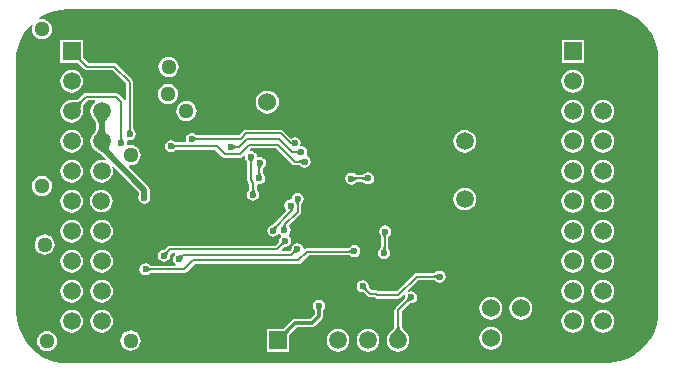
<source format=gbl>
G04*
G04 #@! TF.GenerationSoftware,Altium Limited,Altium Designer,19.0.15 (446)*
G04*
G04 Layer_Physical_Order=2*
G04 Layer_Color=16711680*
%FSLAX24Y24*%
%MOIN*%
G70*
G01*
G75*
%ADD13C,0.0118*%
%ADD23R,0.0591X0.0591*%
%ADD42C,0.0080*%
%ADD43C,0.0197*%
%ADD46C,0.0512*%
%ADD47C,0.0866*%
%ADD48C,0.0600*%
%ADD49C,0.0591*%
%ADD50R,0.0591X0.0591*%
%ADD51O,0.0591X0.0669*%
%ADD52O,0.0512X0.0787*%
%ADD53C,0.0236*%
G36*
X20060Y11924D02*
X20281Y11880D01*
X20495Y11807D01*
X20697Y11708D01*
X20884Y11582D01*
X21054Y11434D01*
X21203Y11264D01*
X21328Y11077D01*
X21428Y10875D01*
X21500Y10661D01*
X21532Y10501D01*
Y2085D01*
X21529Y2052D01*
X21528Y2050D01*
X21527Y2038D01*
X21527Y2038D01*
X21532Y1969D01*
Y1761D01*
X21524Y1640D01*
X21480Y1419D01*
X21407Y1205D01*
X21308Y1003D01*
X21182Y816D01*
X21034Y646D01*
X20864Y497D01*
X20677Y372D01*
X20475Y272D01*
X20261Y200D01*
X20040Y156D01*
X19988Y153D01*
X19988Y149D01*
X19953Y142D01*
X19923Y122D01*
X2038D01*
X2038Y123D01*
X2023Y122D01*
X1707D01*
X1640Y126D01*
X1419Y170D01*
X1205Y243D01*
X1003Y342D01*
X816Y468D01*
X646Y616D01*
X497Y786D01*
X372Y973D01*
X272Y1175D01*
X200Y1389D01*
X156Y1610D01*
X153Y1662D01*
X149Y1662D01*
X142Y1697D01*
X122Y1727D01*
Y10012D01*
X123Y10012D01*
X122Y10027D01*
Y10343D01*
X126Y10410D01*
X170Y10631D01*
X243Y10845D01*
X342Y11047D01*
X468Y11234D01*
X616Y11404D01*
X646Y11430D01*
X688Y11400D01*
X662Y11338D01*
X650Y11250D01*
X662Y11162D01*
X696Y11081D01*
X750Y11010D01*
X820Y10957D01*
X901Y10923D01*
X989Y10911D01*
X1077Y10923D01*
X1158Y10957D01*
X1229Y11010D01*
X1282Y11081D01*
X1316Y11162D01*
X1328Y11250D01*
X1316Y11338D01*
X1282Y11419D01*
X1229Y11490D01*
X1158Y11543D01*
X1077Y11577D01*
X989Y11589D01*
X915Y11579D01*
X897Y11627D01*
X973Y11678D01*
X1175Y11778D01*
X1389Y11850D01*
X1610Y11894D01*
X1662Y11897D01*
X1662Y11901D01*
X1697Y11908D01*
X1727Y11928D01*
X19662D01*
X19662Y11927D01*
X19677Y11928D01*
X19993D01*
X20060Y11924D01*
D02*
G37*
%LPC*%
G36*
X19056Y10893D02*
X18306D01*
Y10142D01*
X19056D01*
Y10893D01*
D02*
G37*
G36*
X5206Y10339D02*
X5119Y10327D01*
X5037Y10293D01*
X4967Y10240D01*
X4913Y10169D01*
X4879Y10088D01*
X4868Y10000D01*
X4879Y9912D01*
X4913Y9831D01*
X4967Y9760D01*
X5037Y9707D01*
X5119Y9673D01*
X5206Y9661D01*
X5294Y9673D01*
X5376Y9707D01*
X5446Y9760D01*
X5500Y9831D01*
X5534Y9912D01*
X5545Y10000D01*
X5534Y10088D01*
X5500Y10169D01*
X5446Y10240D01*
X5376Y10293D01*
X5294Y10327D01*
X5206Y10339D01*
D02*
G37*
G36*
X18681Y9896D02*
X18583Y9883D01*
X18492Y9845D01*
X18414Y9785D01*
X18353Y9707D01*
X18316Y9615D01*
X18303Y9517D01*
X18316Y9419D01*
X18353Y9328D01*
X18414Y9250D01*
X18492Y9190D01*
X18583Y9152D01*
X18681Y9139D01*
X18779Y9152D01*
X18870Y9190D01*
X18949Y9250D01*
X19009Y9328D01*
X19047Y9419D01*
X19060Y9517D01*
X19047Y9615D01*
X19009Y9707D01*
X18949Y9785D01*
X18870Y9845D01*
X18779Y9883D01*
X18681Y9896D01*
D02*
G37*
G36*
X1972D02*
X1874Y9883D01*
X1783Y9845D01*
X1705Y9785D01*
X1645Y9707D01*
X1607Y9615D01*
X1594Y9517D01*
X1607Y9419D01*
X1645Y9328D01*
X1705Y9250D01*
X1783Y9190D01*
X1874Y9152D01*
X1972Y9139D01*
X2070Y9152D01*
X2162Y9190D01*
X2240Y9250D01*
X2300Y9328D01*
X2338Y9419D01*
X2351Y9517D01*
X2338Y9615D01*
X2300Y9707D01*
X2240Y9785D01*
X2162Y9845D01*
X2070Y9883D01*
X1972Y9896D01*
D02*
G37*
G36*
X2348Y10893D02*
X1597D01*
Y10142D01*
X2152D01*
X2153Y10142D01*
X2155Y10142D01*
X2172D01*
X2191Y10125D01*
X2403Y9914D01*
X2443Y9887D01*
X2490Y9878D01*
X3349D01*
X3791Y9436D01*
Y8866D01*
X3741Y8861D01*
X3739Y8871D01*
X3713Y8910D01*
X3536Y9086D01*
X3497Y9113D01*
X3450Y9122D01*
X2455D01*
X2408Y9113D01*
X2369Y9086D01*
X2214Y8932D01*
X2213Y8931D01*
X2204Y8926D01*
X2191Y8919D01*
X2172Y8913D01*
X2150Y8907D01*
X2123Y8902D01*
X2093Y8899D01*
X2018Y8894D01*
X1985Y8894D01*
X1972Y8896D01*
X1874Y8883D01*
X1783Y8845D01*
X1705Y8785D01*
X1645Y8707D01*
X1607Y8615D01*
X1594Y8517D01*
X1607Y8419D01*
X1645Y8328D01*
X1705Y8250D01*
X1783Y8190D01*
X1874Y8152D01*
X1972Y8139D01*
X2070Y8152D01*
X2162Y8190D01*
X2240Y8250D01*
X2300Y8328D01*
X2338Y8419D01*
X2351Y8517D01*
X2349Y8530D01*
X2349Y8563D01*
X2354Y8638D01*
X2358Y8668D01*
X2362Y8695D01*
X2368Y8717D01*
X2374Y8735D01*
X2381Y8749D01*
X2386Y8758D01*
X2387Y8759D01*
X2506Y8878D01*
X2744D01*
X2761Y8828D01*
X2705Y8785D01*
X2645Y8707D01*
X2607Y8615D01*
X2594Y8517D01*
X2607Y8419D01*
X2645Y8328D01*
X2705Y8250D01*
X2714Y8243D01*
X2725Y8231D01*
X2740Y8213D01*
X2753Y8195D01*
X2763Y8177D01*
X2772Y8159D01*
X2780Y8141D01*
X2785Y8122D01*
X2789Y8103D01*
X2791Y8091D01*
Y7943D01*
X2789Y7932D01*
X2785Y7913D01*
X2780Y7894D01*
X2772Y7875D01*
X2763Y7857D01*
X2753Y7839D01*
X2740Y7822D01*
X2725Y7804D01*
X2714Y7792D01*
X2705Y7785D01*
X2645Y7707D01*
X2607Y7615D01*
X2594Y7517D01*
X2607Y7419D01*
X2645Y7328D01*
X2705Y7250D01*
X2783Y7190D01*
X2808Y7179D01*
X2811Y7177D01*
X2855Y7154D01*
X2874Y7143D01*
X2914Y7117D01*
X2931Y7105D01*
X2974Y7069D01*
X3131Y6912D01*
X3103Y6870D01*
X3070Y6883D01*
X2972Y6896D01*
X2874Y6883D01*
X2783Y6845D01*
X2705Y6785D01*
X2645Y6707D01*
X2607Y6615D01*
X2594Y6517D01*
X2607Y6419D01*
X2645Y6328D01*
X2705Y6250D01*
X2783Y6190D01*
X2874Y6152D01*
X2972Y6139D01*
X3070Y6152D01*
X3162Y6190D01*
X3240Y6250D01*
X3300Y6328D01*
X3338Y6419D01*
X3351Y6517D01*
X3338Y6615D01*
X3325Y6647D01*
X3367Y6676D01*
X4218Y5825D01*
Y5724D01*
X4213Y5717D01*
X4198Y5639D01*
X4213Y5562D01*
X4257Y5497D01*
X4323Y5453D01*
X4400Y5437D01*
X4477Y5453D01*
X4543Y5497D01*
X4587Y5562D01*
X4602Y5639D01*
X4587Y5717D01*
X4582Y5724D01*
Y5900D01*
X4568Y5970D01*
X4529Y6029D01*
X3890Y6667D01*
X3913Y6715D01*
X3939Y6711D01*
X4027Y6723D01*
X4108Y6757D01*
X4179Y6810D01*
X4232Y6881D01*
X4266Y6962D01*
X4278Y7050D01*
X4266Y7138D01*
X4232Y7219D01*
X4179Y7290D01*
X4108Y7343D01*
X4027Y7377D01*
X3939Y7389D01*
X3865Y7379D01*
X3833Y7403D01*
X3822Y7419D01*
X3828Y7450D01*
X3814Y7521D01*
X3818Y7528D01*
X3828Y7541D01*
X3851Y7561D01*
X3913Y7548D01*
X3991Y7563D01*
X4056Y7607D01*
X4100Y7673D01*
X4115Y7750D01*
X4100Y7827D01*
X4056Y7893D01*
X4048Y7898D01*
X4045Y7901D01*
X4043Y7905D01*
X4041Y7909D01*
X4039Y7912D01*
X4037Y7916D01*
X4036Y7919D01*
X4036Y7923D01*
Y9487D01*
X4026Y9533D01*
X4000Y9573D01*
X3486Y10086D01*
X3447Y10113D01*
X3400Y10122D01*
X2540D01*
X2367Y10295D01*
X2355Y10308D01*
X2348Y10318D01*
X2348Y10318D01*
Y10335D01*
X2348Y10336D01*
X2348Y10338D01*
Y10893D01*
D02*
G37*
G36*
X5189Y9439D02*
X5101Y9427D01*
X5020Y9393D01*
X4949Y9340D01*
X4896Y9269D01*
X4862Y9188D01*
X4850Y9100D01*
X4862Y9012D01*
X4896Y8931D01*
X4949Y8860D01*
X5020Y8807D01*
X5101Y8773D01*
X5189Y8761D01*
X5277Y8773D01*
X5358Y8807D01*
X5429Y8860D01*
X5482Y8931D01*
X5516Y9012D01*
X5528Y9100D01*
X5516Y9188D01*
X5482Y9269D01*
X5429Y9340D01*
X5358Y9393D01*
X5277Y9427D01*
X5189Y9439D01*
D02*
G37*
G36*
X8500Y9207D02*
X8401Y9194D01*
X8308Y9156D01*
X8229Y9095D01*
X8168Y9015D01*
X8130Y8923D01*
X8117Y8824D01*
X8130Y8725D01*
X8168Y8632D01*
X8229Y8553D01*
X8308Y8492D01*
X8401Y8454D01*
X8500Y8441D01*
X8599Y8454D01*
X8692Y8492D01*
X8771Y8553D01*
X8832Y8632D01*
X8870Y8725D01*
X8883Y8824D01*
X8870Y8923D01*
X8832Y9015D01*
X8771Y9095D01*
X8692Y9156D01*
X8599Y9194D01*
X8500Y9207D01*
D02*
G37*
G36*
X5800Y8859D02*
X5712Y8847D01*
X5631Y8813D01*
X5560Y8760D01*
X5507Y8689D01*
X5473Y8608D01*
X5461Y8520D01*
X5473Y8432D01*
X5507Y8351D01*
X5560Y8280D01*
X5631Y8227D01*
X5712Y8193D01*
X5800Y8181D01*
X5888Y8193D01*
X5969Y8227D01*
X6040Y8280D01*
X6093Y8351D01*
X6127Y8432D01*
X6139Y8520D01*
X6127Y8608D01*
X6093Y8689D01*
X6040Y8760D01*
X5969Y8813D01*
X5888Y8847D01*
X5800Y8859D01*
D02*
G37*
G36*
X19681Y8896D02*
X19583Y8883D01*
X19492Y8845D01*
X19414Y8785D01*
X19353Y8707D01*
X19316Y8615D01*
X19303Y8517D01*
X19316Y8419D01*
X19353Y8328D01*
X19414Y8250D01*
X19492Y8190D01*
X19583Y8152D01*
X19681Y8139D01*
X19779Y8152D01*
X19870Y8190D01*
X19949Y8250D01*
X20009Y8328D01*
X20047Y8419D01*
X20060Y8517D01*
X20047Y8615D01*
X20009Y8707D01*
X19949Y8785D01*
X19870Y8845D01*
X19779Y8883D01*
X19681Y8896D01*
D02*
G37*
G36*
X18681D02*
X18583Y8883D01*
X18492Y8845D01*
X18414Y8785D01*
X18353Y8707D01*
X18316Y8615D01*
X18303Y8517D01*
X18316Y8419D01*
X18353Y8328D01*
X18414Y8250D01*
X18492Y8190D01*
X18583Y8152D01*
X18681Y8139D01*
X18779Y8152D01*
X18870Y8190D01*
X18949Y8250D01*
X19009Y8328D01*
X19047Y8419D01*
X19060Y8517D01*
X19047Y8615D01*
X19009Y8707D01*
X18949Y8785D01*
X18870Y8845D01*
X18779Y8883D01*
X18681Y8896D01*
D02*
G37*
G36*
X8940Y7902D02*
X7788D01*
X7741Y7893D01*
X7702Y7867D01*
X7557Y7722D01*
X6155D01*
X6152Y7723D01*
X6148Y7724D01*
X6145Y7725D01*
X6141Y7727D01*
X6137Y7729D01*
X6133Y7732D01*
X6131Y7734D01*
X6125Y7743D01*
X6059Y7787D01*
X5982Y7802D01*
X5905Y7787D01*
X5839Y7743D01*
X5796Y7677D01*
X5780Y7600D01*
X5795Y7527D01*
X5794Y7515D01*
X5773Y7477D01*
X5454D01*
X5451Y7478D01*
X5447Y7479D01*
X5444Y7480D01*
X5440Y7482D01*
X5436Y7484D01*
X5433Y7487D01*
X5430Y7489D01*
X5424Y7497D01*
X5359Y7541D01*
X5281Y7556D01*
X5204Y7541D01*
X5139Y7497D01*
X5095Y7432D01*
X5079Y7355D01*
X5095Y7277D01*
X5139Y7212D01*
X5204Y7168D01*
X5281Y7153D01*
X5359Y7168D01*
X5424Y7212D01*
X5430Y7220D01*
X5433Y7222D01*
X5436Y7225D01*
X5440Y7227D01*
X5444Y7229D01*
X5447Y7231D01*
X5451Y7232D01*
X5454Y7232D01*
X6767D01*
X7000Y6999D01*
X7040Y6972D01*
X7087Y6963D01*
X7579D01*
X7625Y6972D01*
X7665Y6999D01*
X7705Y7039D01*
X7751Y7014D01*
X7748Y7000D01*
X7763Y6923D01*
X7807Y6857D01*
X7816Y6852D01*
X7818Y6849D01*
X7821Y6845D01*
X7823Y6841D01*
X7825Y6838D01*
X7826Y6834D01*
X7827Y6831D01*
X7828Y6827D01*
Y6213D01*
X7837Y6167D01*
X7864Y6127D01*
X7900Y6090D01*
Y5913D01*
X7900Y5909D01*
X7899Y5906D01*
X7897Y5902D01*
X7896Y5899D01*
X7893Y5895D01*
X7891Y5891D01*
X7888Y5888D01*
X7880Y5883D01*
X7836Y5817D01*
X7821Y5740D01*
X7836Y5663D01*
X7880Y5597D01*
X7945Y5554D01*
X8023Y5538D01*
X8100Y5554D01*
X8165Y5597D01*
X8209Y5663D01*
X8225Y5740D01*
X8209Y5817D01*
X8165Y5883D01*
X8157Y5888D01*
X8155Y5891D01*
X8152Y5895D01*
X8150Y5899D01*
X8148Y5902D01*
X8147Y5906D01*
X8146Y5909D01*
X8145Y5913D01*
Y6054D01*
X8184Y6085D01*
X8220Y6078D01*
X8297Y6093D01*
X8363Y6137D01*
X8407Y6203D01*
X8422Y6280D01*
X8407Y6357D01*
X8381Y6395D01*
X8378Y6402D01*
X8372Y6410D01*
X8369Y6415D01*
X8366Y6421D01*
X8363Y6426D01*
X8361Y6431D01*
X8359Y6436D01*
X8358Y6441D01*
X8357Y6445D01*
Y6622D01*
X8358Y6624D01*
X8359Y6627D01*
X8360Y6629D01*
X8361Y6631D01*
X8362Y6633D01*
X8364Y6635D01*
X8367Y6638D01*
X8373Y6643D01*
X8375Y6645D01*
X8393Y6657D01*
X8437Y6723D01*
X8452Y6800D01*
X8437Y6877D01*
X8393Y6943D01*
X8327Y6987D01*
X8250Y7002D01*
X8201Y6992D01*
X8166Y6998D01*
X8146Y7028D01*
X8137Y7077D01*
X8093Y7143D01*
X8027Y7187D01*
X7950Y7202D01*
X7936Y7199D01*
X7914Y7240D01*
X7944Y7278D01*
X8799D01*
X9323Y6754D01*
X9363Y6727D01*
X9410Y6718D01*
X9569D01*
X9573Y6717D01*
X9576Y6716D01*
X9580Y6715D01*
X9583Y6713D01*
X9587Y6711D01*
X9591Y6708D01*
X9594Y6706D01*
X9599Y6697D01*
X9665Y6654D01*
X9742Y6638D01*
X9819Y6654D01*
X9885Y6697D01*
X9929Y6763D01*
X9944Y6840D01*
X9929Y6917D01*
X9885Y6983D01*
X9819Y7027D01*
X9817Y7078D01*
X9831Y7150D01*
X9816Y7227D01*
X9772Y7293D01*
X9707Y7337D01*
X9639Y7350D01*
X9626Y7357D01*
X9601Y7397D01*
X9612Y7450D01*
X9597Y7527D01*
X9553Y7593D01*
X9487Y7637D01*
X9410Y7652D01*
X9333Y7637D01*
X9287Y7606D01*
X9026Y7867D01*
X8986Y7893D01*
X8940Y7902D01*
D02*
G37*
G36*
X19681Y7896D02*
X19583Y7883D01*
X19492Y7845D01*
X19414Y7785D01*
X19353Y7707D01*
X19316Y7615D01*
X19303Y7517D01*
X19316Y7419D01*
X19353Y7328D01*
X19414Y7250D01*
X19492Y7190D01*
X19583Y7152D01*
X19681Y7139D01*
X19779Y7152D01*
X19870Y7190D01*
X19949Y7250D01*
X20009Y7328D01*
X20047Y7419D01*
X20060Y7517D01*
X20047Y7615D01*
X20009Y7707D01*
X19949Y7785D01*
X19870Y7845D01*
X19779Y7883D01*
X19681Y7896D01*
D02*
G37*
G36*
X18681D02*
X18583Y7883D01*
X18492Y7845D01*
X18414Y7785D01*
X18353Y7707D01*
X18316Y7615D01*
X18303Y7517D01*
X18316Y7419D01*
X18353Y7328D01*
X18414Y7250D01*
X18492Y7190D01*
X18583Y7152D01*
X18681Y7139D01*
X18779Y7152D01*
X18870Y7190D01*
X18949Y7250D01*
X19009Y7328D01*
X19047Y7419D01*
X19060Y7517D01*
X19047Y7615D01*
X19009Y7707D01*
X18949Y7785D01*
X18870Y7845D01*
X18779Y7883D01*
X18681Y7896D01*
D02*
G37*
G36*
X1972D02*
X1874Y7883D01*
X1783Y7845D01*
X1705Y7785D01*
X1645Y7707D01*
X1607Y7615D01*
X1594Y7517D01*
X1607Y7419D01*
X1645Y7328D01*
X1705Y7250D01*
X1783Y7190D01*
X1874Y7152D01*
X1972Y7139D01*
X2070Y7152D01*
X2162Y7190D01*
X2240Y7250D01*
X2300Y7328D01*
X2338Y7419D01*
X2351Y7517D01*
X2338Y7615D01*
X2300Y7707D01*
X2240Y7785D01*
X2162Y7845D01*
X2070Y7883D01*
X1972Y7896D01*
D02*
G37*
G36*
X15078Y7892D02*
X14981Y7879D01*
X14889Y7841D01*
X14811Y7781D01*
X14751Y7703D01*
X14713Y7612D01*
X14700Y7514D01*
X14713Y7416D01*
X14751Y7324D01*
X14811Y7246D01*
X14889Y7186D01*
X14981Y7148D01*
X15078Y7135D01*
X15176Y7148D01*
X15268Y7186D01*
X15346Y7246D01*
X15406Y7324D01*
X15444Y7416D01*
X15457Y7514D01*
X15444Y7612D01*
X15406Y7703D01*
X15346Y7781D01*
X15268Y7841D01*
X15176Y7879D01*
X15078Y7892D01*
D02*
G37*
G36*
X11850Y6482D02*
X11773Y6467D01*
X11707Y6423D01*
X11700Y6412D01*
X11699Y6412D01*
X11696Y6408D01*
X11692Y6406D01*
X11689Y6404D01*
X11685Y6402D01*
X11682Y6401D01*
X11679Y6400D01*
X11676Y6399D01*
X11472D01*
X11468Y6400D01*
X11464Y6401D01*
X11460Y6402D01*
X11456Y6404D01*
X11452Y6406D01*
X11448Y6409D01*
X11447Y6410D01*
X11443Y6416D01*
X11377Y6460D01*
X11300Y6475D01*
X11223Y6460D01*
X11157Y6416D01*
X11113Y6351D01*
X11098Y6273D01*
X11113Y6196D01*
X11157Y6131D01*
X11223Y6087D01*
X11300Y6071D01*
X11377Y6087D01*
X11443Y6131D01*
X11450Y6141D01*
X11451Y6142D01*
X11454Y6145D01*
X11458Y6148D01*
X11461Y6150D01*
X11465Y6151D01*
X11468Y6153D01*
X11471Y6154D01*
X11474Y6154D01*
X11679D01*
X11682Y6154D01*
X11686Y6153D01*
X11690Y6151D01*
X11694Y6149D01*
X11698Y6147D01*
X11702Y6144D01*
X11703Y6143D01*
X11707Y6137D01*
X11773Y6093D01*
X11850Y6078D01*
X11927Y6093D01*
X11993Y6137D01*
X12037Y6203D01*
X12052Y6280D01*
X12037Y6357D01*
X11993Y6423D01*
X11927Y6467D01*
X11850Y6482D01*
D02*
G37*
G36*
X19681Y6896D02*
X19583Y6883D01*
X19492Y6845D01*
X19414Y6785D01*
X19353Y6707D01*
X19316Y6615D01*
X19303Y6517D01*
X19316Y6419D01*
X19353Y6328D01*
X19414Y6250D01*
X19492Y6190D01*
X19583Y6152D01*
X19681Y6139D01*
X19779Y6152D01*
X19870Y6190D01*
X19949Y6250D01*
X20009Y6328D01*
X20047Y6419D01*
X20060Y6517D01*
X20047Y6615D01*
X20009Y6707D01*
X19949Y6785D01*
X19870Y6845D01*
X19779Y6883D01*
X19681Y6896D01*
D02*
G37*
G36*
X18681D02*
X18583Y6883D01*
X18492Y6845D01*
X18414Y6785D01*
X18353Y6707D01*
X18316Y6615D01*
X18303Y6517D01*
X18316Y6419D01*
X18353Y6328D01*
X18414Y6250D01*
X18492Y6190D01*
X18583Y6152D01*
X18681Y6139D01*
X18779Y6152D01*
X18870Y6190D01*
X18949Y6250D01*
X19009Y6328D01*
X19047Y6419D01*
X19060Y6517D01*
X19047Y6615D01*
X19009Y6707D01*
X18949Y6785D01*
X18870Y6845D01*
X18779Y6883D01*
X18681Y6896D01*
D02*
G37*
G36*
X1972D02*
X1874Y6883D01*
X1783Y6845D01*
X1705Y6785D01*
X1645Y6707D01*
X1607Y6615D01*
X1594Y6517D01*
X1607Y6419D01*
X1645Y6328D01*
X1705Y6250D01*
X1783Y6190D01*
X1874Y6152D01*
X1972Y6139D01*
X2070Y6152D01*
X2162Y6190D01*
X2240Y6250D01*
X2300Y6328D01*
X2338Y6419D01*
X2351Y6517D01*
X2338Y6615D01*
X2300Y6707D01*
X2240Y6785D01*
X2162Y6845D01*
X2070Y6883D01*
X1972Y6896D01*
D02*
G37*
G36*
X989Y6374D02*
X901Y6362D01*
X820Y6328D01*
X750Y6274D01*
X696Y6204D01*
X662Y6123D01*
X650Y6035D01*
X662Y5947D01*
X696Y5866D01*
X750Y5795D01*
X820Y5742D01*
X901Y5708D01*
X989Y5696D01*
X1077Y5708D01*
X1158Y5742D01*
X1229Y5795D01*
X1282Y5866D01*
X1316Y5947D01*
X1328Y6035D01*
X1316Y6123D01*
X1282Y6204D01*
X1229Y6274D01*
X1158Y6328D01*
X1077Y6362D01*
X989Y6374D01*
D02*
G37*
G36*
X15078Y5971D02*
X14981Y5958D01*
X14889Y5920D01*
X14811Y5860D01*
X14751Y5782D01*
X14713Y5690D01*
X14700Y5592D01*
X14713Y5494D01*
X14751Y5403D01*
X14811Y5325D01*
X14889Y5265D01*
X14981Y5227D01*
X15078Y5214D01*
X15176Y5227D01*
X15268Y5265D01*
X15346Y5325D01*
X15406Y5403D01*
X15444Y5494D01*
X15457Y5592D01*
X15444Y5690D01*
X15406Y5782D01*
X15346Y5860D01*
X15268Y5920D01*
X15176Y5958D01*
X15078Y5971D01*
D02*
G37*
G36*
X19677Y5908D02*
X19579Y5895D01*
X19488Y5858D01*
X19410Y5798D01*
X19349Y5719D01*
X19312Y5628D01*
X19299Y5530D01*
X19312Y5432D01*
X19349Y5341D01*
X19410Y5262D01*
X19488Y5202D01*
X19579Y5164D01*
X19677Y5151D01*
X19775Y5164D01*
X19866Y5202D01*
X19945Y5262D01*
X20005Y5341D01*
X20043Y5432D01*
X20056Y5530D01*
X20043Y5628D01*
X20005Y5719D01*
X19945Y5798D01*
X19866Y5858D01*
X19775Y5895D01*
X19677Y5908D01*
D02*
G37*
G36*
X2968D02*
X2871Y5895D01*
X2779Y5858D01*
X2701Y5798D01*
X2641Y5719D01*
X2603Y5628D01*
X2590Y5530D01*
X2603Y5432D01*
X2641Y5341D01*
X2701Y5262D01*
X2779Y5202D01*
X2871Y5164D01*
X2968Y5151D01*
X3066Y5164D01*
X3158Y5202D01*
X3236Y5262D01*
X3296Y5341D01*
X3334Y5432D01*
X3347Y5530D01*
X3334Y5628D01*
X3296Y5719D01*
X3236Y5798D01*
X3158Y5858D01*
X3066Y5895D01*
X2968Y5908D01*
D02*
G37*
G36*
X18681Y5896D02*
X18583Y5883D01*
X18492Y5845D01*
X18414Y5785D01*
X18353Y5707D01*
X18316Y5615D01*
X18303Y5517D01*
X18316Y5419D01*
X18353Y5328D01*
X18414Y5250D01*
X18492Y5190D01*
X18583Y5152D01*
X18681Y5139D01*
X18779Y5152D01*
X18870Y5190D01*
X18949Y5250D01*
X19009Y5328D01*
X19047Y5419D01*
X19060Y5517D01*
X19047Y5615D01*
X19009Y5707D01*
X18949Y5785D01*
X18870Y5845D01*
X18779Y5883D01*
X18681Y5896D01*
D02*
G37*
G36*
X1972D02*
X1874Y5883D01*
X1783Y5845D01*
X1705Y5785D01*
X1645Y5707D01*
X1607Y5615D01*
X1594Y5517D01*
X1607Y5419D01*
X1645Y5328D01*
X1705Y5250D01*
X1783Y5190D01*
X1874Y5152D01*
X1972Y5139D01*
X2070Y5152D01*
X2162Y5190D01*
X2240Y5250D01*
X2300Y5328D01*
X2338Y5419D01*
X2351Y5517D01*
X2338Y5615D01*
X2300Y5707D01*
X2240Y5785D01*
X2162Y5845D01*
X2070Y5883D01*
X1972Y5896D01*
D02*
G37*
G36*
X19681Y4896D02*
X19583Y4883D01*
X19492Y4845D01*
X19414Y4785D01*
X19353Y4707D01*
X19316Y4615D01*
X19303Y4517D01*
X19316Y4419D01*
X19353Y4328D01*
X19414Y4250D01*
X19492Y4190D01*
X19583Y4152D01*
X19681Y4139D01*
X19779Y4152D01*
X19870Y4190D01*
X19949Y4250D01*
X20009Y4328D01*
X20047Y4419D01*
X20060Y4517D01*
X20047Y4615D01*
X20009Y4707D01*
X19949Y4785D01*
X19870Y4845D01*
X19779Y4883D01*
X19681Y4896D01*
D02*
G37*
G36*
X18681D02*
X18583Y4883D01*
X18492Y4845D01*
X18414Y4785D01*
X18353Y4707D01*
X18316Y4615D01*
X18303Y4517D01*
X18316Y4419D01*
X18353Y4328D01*
X18414Y4250D01*
X18492Y4190D01*
X18583Y4152D01*
X18681Y4139D01*
X18779Y4152D01*
X18870Y4190D01*
X18949Y4250D01*
X19009Y4328D01*
X19047Y4419D01*
X19060Y4517D01*
X19047Y4615D01*
X19009Y4707D01*
X18949Y4785D01*
X18870Y4845D01*
X18779Y4883D01*
X18681Y4896D01*
D02*
G37*
G36*
X2972D02*
X2874Y4883D01*
X2783Y4845D01*
X2705Y4785D01*
X2645Y4707D01*
X2607Y4615D01*
X2594Y4517D01*
X2607Y4419D01*
X2645Y4328D01*
X2705Y4250D01*
X2783Y4190D01*
X2874Y4152D01*
X2972Y4139D01*
X3070Y4152D01*
X3162Y4190D01*
X3240Y4250D01*
X3300Y4328D01*
X3338Y4419D01*
X3351Y4517D01*
X3338Y4615D01*
X3300Y4707D01*
X3240Y4785D01*
X3162Y4845D01*
X3070Y4883D01*
X2972Y4896D01*
D02*
G37*
G36*
X1972D02*
X1874Y4883D01*
X1783Y4845D01*
X1705Y4785D01*
X1645Y4707D01*
X1607Y4615D01*
X1594Y4517D01*
X1607Y4419D01*
X1645Y4328D01*
X1705Y4250D01*
X1783Y4190D01*
X1874Y4152D01*
X1972Y4139D01*
X2070Y4152D01*
X2162Y4190D01*
X2240Y4250D01*
X2300Y4328D01*
X2338Y4419D01*
X2351Y4517D01*
X2338Y4615D01*
X2300Y4707D01*
X2240Y4785D01*
X2162Y4845D01*
X2070Y4883D01*
X1972Y4896D01*
D02*
G37*
G36*
X9509Y5802D02*
X9432Y5787D01*
X9366Y5743D01*
X9323Y5677D01*
X9311Y5619D01*
X9270Y5577D01*
X9192Y5561D01*
X9127Y5518D01*
X9083Y5452D01*
X9068Y5375D01*
X9083Y5297D01*
X9127Y5232D01*
X9131Y5187D01*
X8693Y4748D01*
X8689Y4745D01*
X8683Y4742D01*
X8678Y4738D01*
X8672Y4735D01*
X8666Y4733D01*
X8650Y4727D01*
X8641Y4725D01*
X8637Y4723D01*
X8614Y4718D01*
X8549Y4674D01*
X8505Y4609D01*
X8490Y4532D01*
X8505Y4454D01*
X8549Y4389D01*
X8614Y4345D01*
X8692Y4330D01*
X8769Y4345D01*
X8834Y4389D01*
X8856Y4421D01*
X8916D01*
X8925Y4407D01*
X8949Y4392D01*
X8955Y4339D01*
X8913Y4277D01*
X8898Y4200D01*
X8899Y4193D01*
X8899Y4192D01*
X8898Y4187D01*
X8897Y4182D01*
X8896Y4178D01*
X8894Y4175D01*
X8892Y4171D01*
X8890Y4168D01*
X8755Y4033D01*
X5254D01*
X5207Y4024D01*
X5168Y3997D01*
X5086Y3915D01*
X5083Y3913D01*
X5080Y3912D01*
X5076Y3910D01*
X5072Y3909D01*
X5068Y3908D01*
X5063Y3907D01*
X5060Y3906D01*
X5050Y3908D01*
X4973Y3893D01*
X4907Y3849D01*
X4863Y3784D01*
X4848Y3707D01*
X4863Y3629D01*
X4907Y3564D01*
X4973Y3520D01*
X5050Y3505D01*
X5127Y3520D01*
X5193Y3564D01*
X5237Y3629D01*
X5252Y3707D01*
X5250Y3716D01*
X5250Y3720D01*
X5251Y3725D01*
X5252Y3729D01*
X5253Y3733D01*
X5255Y3736D01*
X5257Y3739D01*
X5259Y3742D01*
X5305Y3788D01*
X5404D01*
X5419Y3738D01*
X5412Y3734D01*
X5368Y3668D01*
X5353Y3591D01*
X5368Y3514D01*
X5412Y3448D01*
X5448Y3424D01*
X5433Y3374D01*
X4611D01*
X4608Y3375D01*
X4604Y3376D01*
X4600Y3377D01*
X4597Y3379D01*
X4593Y3381D01*
X4589Y3384D01*
X4586Y3386D01*
X4581Y3395D01*
X4515Y3439D01*
X4438Y3454D01*
X4361Y3439D01*
X4295Y3395D01*
X4252Y3329D01*
X4236Y3252D01*
X4252Y3175D01*
X4295Y3109D01*
X4361Y3066D01*
X4438Y3050D01*
X4515Y3066D01*
X4581Y3109D01*
X4586Y3118D01*
X4589Y3120D01*
X4593Y3123D01*
X4597Y3125D01*
X4600Y3127D01*
X4604Y3128D01*
X4608Y3129D01*
X4611Y3130D01*
X5721D01*
X5768Y3139D01*
X5808Y3166D01*
X6070Y3428D01*
X9533D01*
X9579Y3437D01*
X9619Y3464D01*
X9873Y3717D01*
X11238D01*
X11243Y3717D01*
X11249Y3715D01*
X11254Y3714D01*
X11259Y3712D01*
X11265Y3709D01*
X11271Y3706D01*
X11277Y3702D01*
X11285Y3697D01*
X11292Y3693D01*
X11324Y3672D01*
X11401Y3657D01*
X11478Y3672D01*
X11544Y3716D01*
X11588Y3782D01*
X11603Y3859D01*
X11588Y3936D01*
X11544Y4002D01*
X11478Y4045D01*
X11401Y4061D01*
X11324Y4045D01*
X11258Y4002D01*
X11244Y3980D01*
X11240Y3976D01*
X11235Y3970D01*
X11233Y3968D01*
X11231Y3966D01*
X11229Y3965D01*
X11228Y3964D01*
X11226Y3963D01*
X11224Y3963D01*
X11222Y3962D01*
X9822D01*
X9776Y3953D01*
X9748Y3934D01*
X9709Y3944D01*
X9693Y3954D01*
X9687Y3988D01*
X9643Y4054D01*
X9577Y4097D01*
X9500Y4113D01*
X9423Y4097D01*
X9357Y4054D01*
X9313Y3988D01*
X9307Y3957D01*
X9304Y3950D01*
X9302Y3940D01*
X9300Y3933D01*
X9298Y3927D01*
X9296Y3921D01*
X9293Y3915D01*
X9290Y3910D01*
X9287Y3905D01*
X9284Y3901D01*
X9248Y3865D01*
X8998D01*
X8979Y3911D01*
X9061Y3993D01*
X9063Y3995D01*
X9067Y3996D01*
X9070Y3998D01*
X9073Y3999D01*
X9077Y4000D01*
X9081Y4000D01*
X9086Y4001D01*
X9088Y4001D01*
X9100Y3998D01*
X9177Y4013D01*
X9243Y4057D01*
X9287Y4123D01*
X9302Y4200D01*
X9287Y4277D01*
X9243Y4343D01*
X9219Y4358D01*
X9213Y4411D01*
X9255Y4473D01*
X9270Y4550D01*
X9255Y4627D01*
X9211Y4693D01*
X9211Y4694D01*
X9596Y5079D01*
X9622Y5118D01*
X9631Y5165D01*
Y5427D01*
X9632Y5431D01*
X9633Y5434D01*
X9635Y5438D01*
X9636Y5441D01*
X9638Y5445D01*
X9641Y5449D01*
X9644Y5452D01*
X9652Y5457D01*
X9696Y5523D01*
X9711Y5600D01*
X9696Y5677D01*
X9652Y5743D01*
X9586Y5787D01*
X9509Y5802D01*
D02*
G37*
G36*
X1075Y4412D02*
X988Y4400D01*
X906Y4366D01*
X836Y4313D01*
X782Y4242D01*
X748Y4161D01*
X737Y4073D01*
X748Y3985D01*
X782Y3904D01*
X836Y3834D01*
X906Y3780D01*
X988Y3746D01*
X1075Y3734D01*
X1163Y3746D01*
X1245Y3780D01*
X1315Y3834D01*
X1369Y3904D01*
X1403Y3985D01*
X1414Y4073D01*
X1403Y4161D01*
X1369Y4242D01*
X1315Y4313D01*
X1245Y4366D01*
X1163Y4400D01*
X1075Y4412D01*
D02*
G37*
G36*
X12425Y4711D02*
X12348Y4695D01*
X12283Y4652D01*
X12239Y4586D01*
X12224Y4509D01*
X12239Y4432D01*
X12259Y4401D01*
X12262Y4394D01*
X12268Y4386D01*
X12271Y4380D01*
X12275Y4374D01*
X12277Y4368D01*
X12279Y4363D01*
X12281Y4357D01*
X12282Y4352D01*
X12283Y4347D01*
Y3971D01*
X12282Y3969D01*
X12282Y3967D01*
X12281Y3966D01*
X12280Y3964D01*
X12279Y3963D01*
X12277Y3961D01*
X12275Y3959D01*
X12269Y3954D01*
X12265Y3950D01*
X12242Y3935D01*
X12198Y3869D01*
X12183Y3792D01*
X12198Y3714D01*
X12242Y3649D01*
X12308Y3605D01*
X12385Y3590D01*
X12462Y3605D01*
X12528Y3649D01*
X12572Y3714D01*
X12587Y3792D01*
X12572Y3869D01*
X12551Y3899D01*
X12548Y3907D01*
X12543Y3915D01*
X12539Y3921D01*
X12536Y3927D01*
X12533Y3932D01*
X12531Y3938D01*
X12530Y3943D01*
X12528Y3949D01*
X12528Y3953D01*
Y4330D01*
X12528Y4332D01*
X12529Y4333D01*
X12529Y4335D01*
X12530Y4336D01*
X12531Y4338D01*
X12533Y4340D01*
X12535Y4342D01*
X12541Y4347D01*
X12545Y4351D01*
X12568Y4366D01*
X12612Y4432D01*
X12627Y4509D01*
X12612Y4586D01*
X12568Y4652D01*
X12503Y4695D01*
X12425Y4711D01*
D02*
G37*
G36*
X19681Y3896D02*
X19583Y3883D01*
X19492Y3845D01*
X19414Y3785D01*
X19353Y3707D01*
X19316Y3615D01*
X19303Y3517D01*
X19316Y3419D01*
X19353Y3328D01*
X19414Y3250D01*
X19492Y3190D01*
X19583Y3152D01*
X19681Y3139D01*
X19779Y3152D01*
X19870Y3190D01*
X19949Y3250D01*
X20009Y3328D01*
X20047Y3419D01*
X20060Y3517D01*
X20047Y3615D01*
X20009Y3707D01*
X19949Y3785D01*
X19870Y3845D01*
X19779Y3883D01*
X19681Y3896D01*
D02*
G37*
G36*
X18681D02*
X18583Y3883D01*
X18492Y3845D01*
X18414Y3785D01*
X18353Y3707D01*
X18316Y3615D01*
X18303Y3517D01*
X18316Y3419D01*
X18353Y3328D01*
X18414Y3250D01*
X18492Y3190D01*
X18583Y3152D01*
X18681Y3139D01*
X18779Y3152D01*
X18870Y3190D01*
X18949Y3250D01*
X19009Y3328D01*
X19047Y3419D01*
X19060Y3517D01*
X19047Y3615D01*
X19009Y3707D01*
X18949Y3785D01*
X18870Y3845D01*
X18779Y3883D01*
X18681Y3896D01*
D02*
G37*
G36*
X2972D02*
X2874Y3883D01*
X2783Y3845D01*
X2705Y3785D01*
X2645Y3707D01*
X2607Y3615D01*
X2594Y3517D01*
X2607Y3419D01*
X2645Y3328D01*
X2705Y3250D01*
X2783Y3190D01*
X2874Y3152D01*
X2972Y3139D01*
X3070Y3152D01*
X3162Y3190D01*
X3240Y3250D01*
X3300Y3328D01*
X3338Y3419D01*
X3351Y3517D01*
X3338Y3615D01*
X3300Y3707D01*
X3240Y3785D01*
X3162Y3845D01*
X3070Y3883D01*
X2972Y3896D01*
D02*
G37*
G36*
X1972D02*
X1874Y3883D01*
X1783Y3845D01*
X1705Y3785D01*
X1645Y3707D01*
X1607Y3615D01*
X1594Y3517D01*
X1607Y3419D01*
X1645Y3328D01*
X1705Y3250D01*
X1783Y3190D01*
X1874Y3152D01*
X1972Y3139D01*
X2070Y3152D01*
X2162Y3190D01*
X2240Y3250D01*
X2300Y3328D01*
X2338Y3419D01*
X2351Y3517D01*
X2338Y3615D01*
X2300Y3707D01*
X2240Y3785D01*
X2162Y3845D01*
X2070Y3883D01*
X1972Y3896D01*
D02*
G37*
G36*
X14237Y3209D02*
X14160Y3194D01*
X14095Y3150D01*
X14089Y3142D01*
X14086Y3139D01*
X14082Y3137D01*
X14078Y3134D01*
X14075Y3133D01*
X14071Y3131D01*
X14068Y3130D01*
X14064Y3130D01*
X13480D01*
X13433Y3120D01*
X13393Y3094D01*
X12818Y2518D01*
X12205D01*
X12195Y2528D01*
X12156Y2554D01*
X12109Y2564D01*
X11973D01*
X11887Y2650D01*
X11885Y2653D01*
X11883Y2656D01*
X11882Y2659D01*
X11880Y2663D01*
X11879Y2667D01*
X11879Y2672D01*
X11878Y2676D01*
X11880Y2685D01*
X11865Y2763D01*
X11821Y2828D01*
X11755Y2872D01*
X11678Y2887D01*
X11601Y2872D01*
X11535Y2828D01*
X11492Y2763D01*
X11476Y2685D01*
X11492Y2608D01*
X11535Y2543D01*
X11601Y2499D01*
X11678Y2484D01*
X11688Y2485D01*
X11692Y2485D01*
X11696Y2484D01*
X11701Y2483D01*
X11704Y2482D01*
X11708Y2480D01*
X11711Y2479D01*
X11714Y2477D01*
X11836Y2355D01*
X11875Y2329D01*
X11922Y2319D01*
X12058D01*
X12068Y2310D01*
X12107Y2283D01*
X12154Y2274D01*
X12868D01*
X12915Y2283D01*
X12955Y2310D01*
X13061Y2416D01*
X13075Y2410D01*
X13102Y2386D01*
X13089Y2319D01*
X13091Y2309D01*
X13091Y2305D01*
X13090Y2301D01*
X13089Y2296D01*
X13087Y2293D01*
X13086Y2289D01*
X13084Y2286D01*
X13082Y2283D01*
X12771Y1971D01*
X12744Y1932D01*
X12735Y1885D01*
Y1348D01*
X12735Y1347D01*
X12732Y1337D01*
X12727Y1323D01*
X12719Y1306D01*
X12707Y1286D01*
X12691Y1263D01*
X12673Y1239D01*
X12623Y1183D01*
X12599Y1159D01*
X12589Y1152D01*
X12529Y1073D01*
X12492Y982D01*
X12479Y884D01*
X12492Y786D01*
X12529Y695D01*
X12589Y617D01*
X12668Y557D01*
X12759Y519D01*
X12857Y506D01*
X12955Y519D01*
X13046Y557D01*
X13125Y617D01*
X13185Y695D01*
X13223Y786D01*
X13236Y884D01*
X13223Y982D01*
X13185Y1073D01*
X13125Y1152D01*
X13115Y1159D01*
X13092Y1183D01*
X13041Y1239D01*
X13023Y1263D01*
X13007Y1286D01*
X12995Y1306D01*
X12987Y1323D01*
X12982Y1337D01*
X12979Y1347D01*
X12979Y1348D01*
Y1834D01*
X13255Y2110D01*
X13258Y2112D01*
X13261Y2114D01*
X13265Y2115D01*
X13268Y2117D01*
X13273Y2118D01*
X13277Y2118D01*
X13281Y2119D01*
X13291Y2117D01*
X13368Y2132D01*
X13434Y2176D01*
X13477Y2241D01*
X13493Y2319D01*
X13477Y2396D01*
X13434Y2461D01*
X13368Y2505D01*
X13291Y2521D01*
X13223Y2507D01*
X13200Y2535D01*
X13194Y2548D01*
X13530Y2885D01*
X14064D01*
X14068Y2884D01*
X14071Y2883D01*
X14075Y2882D01*
X14078Y2880D01*
X14082Y2878D01*
X14086Y2875D01*
X14089Y2873D01*
X14095Y2864D01*
X14160Y2821D01*
X14237Y2805D01*
X14315Y2821D01*
X14380Y2864D01*
X14424Y2930D01*
X14439Y3007D01*
X14424Y3085D01*
X14380Y3150D01*
X14315Y3194D01*
X14237Y3209D01*
D02*
G37*
G36*
X19681Y2896D02*
X19583Y2883D01*
X19492Y2845D01*
X19414Y2785D01*
X19353Y2707D01*
X19316Y2615D01*
X19303Y2517D01*
X19316Y2419D01*
X19353Y2328D01*
X19414Y2250D01*
X19492Y2190D01*
X19583Y2152D01*
X19681Y2139D01*
X19779Y2152D01*
X19870Y2190D01*
X19949Y2250D01*
X20009Y2328D01*
X20047Y2419D01*
X20060Y2517D01*
X20047Y2615D01*
X20009Y2707D01*
X19949Y2785D01*
X19870Y2845D01*
X19779Y2883D01*
X19681Y2896D01*
D02*
G37*
G36*
X18681D02*
X18583Y2883D01*
X18492Y2845D01*
X18414Y2785D01*
X18353Y2707D01*
X18316Y2615D01*
X18303Y2517D01*
X18316Y2419D01*
X18353Y2328D01*
X18414Y2250D01*
X18492Y2190D01*
X18583Y2152D01*
X18681Y2139D01*
X18779Y2152D01*
X18870Y2190D01*
X18949Y2250D01*
X19009Y2328D01*
X19047Y2419D01*
X19060Y2517D01*
X19047Y2615D01*
X19009Y2707D01*
X18949Y2785D01*
X18870Y2845D01*
X18779Y2883D01*
X18681Y2896D01*
D02*
G37*
G36*
X2972D02*
X2874Y2883D01*
X2783Y2845D01*
X2705Y2785D01*
X2645Y2707D01*
X2607Y2615D01*
X2594Y2517D01*
X2607Y2419D01*
X2645Y2328D01*
X2705Y2250D01*
X2783Y2190D01*
X2874Y2152D01*
X2972Y2139D01*
X3070Y2152D01*
X3162Y2190D01*
X3240Y2250D01*
X3300Y2328D01*
X3338Y2419D01*
X3351Y2517D01*
X3338Y2615D01*
X3300Y2707D01*
X3240Y2785D01*
X3162Y2845D01*
X3070Y2883D01*
X2972Y2896D01*
D02*
G37*
G36*
X1972D02*
X1874Y2883D01*
X1783Y2845D01*
X1705Y2785D01*
X1645Y2707D01*
X1607Y2615D01*
X1594Y2517D01*
X1607Y2419D01*
X1645Y2328D01*
X1705Y2250D01*
X1783Y2190D01*
X1874Y2152D01*
X1972Y2139D01*
X2070Y2152D01*
X2162Y2190D01*
X2240Y2250D01*
X2300Y2328D01*
X2338Y2419D01*
X2351Y2517D01*
X2338Y2615D01*
X2300Y2707D01*
X2240Y2785D01*
X2162Y2845D01*
X2070Y2883D01*
X1972Y2896D01*
D02*
G37*
G36*
X16950Y2333D02*
X16851Y2320D01*
X16758Y2282D01*
X16679Y2221D01*
X16618Y2142D01*
X16580Y2049D01*
X16567Y1950D01*
X16580Y1851D01*
X16618Y1758D01*
X16679Y1679D01*
X16758Y1618D01*
X16851Y1580D01*
X16950Y1567D01*
X17049Y1580D01*
X17142Y1618D01*
X17221Y1679D01*
X17282Y1758D01*
X17320Y1851D01*
X17333Y1950D01*
X17320Y2049D01*
X17282Y2142D01*
X17221Y2221D01*
X17142Y2282D01*
X17049Y2320D01*
X16950Y2333D01*
D02*
G37*
G36*
X15950D02*
X15851Y2320D01*
X15758Y2282D01*
X15679Y2221D01*
X15618Y2142D01*
X15580Y2049D01*
X15567Y1950D01*
X15580Y1851D01*
X15618Y1758D01*
X15679Y1679D01*
X15758Y1618D01*
X15851Y1580D01*
X15950Y1567D01*
X16049Y1580D01*
X16142Y1618D01*
X16221Y1679D01*
X16282Y1758D01*
X16320Y1851D01*
X16333Y1950D01*
X16320Y2049D01*
X16282Y2142D01*
X16221Y2221D01*
X16142Y2282D01*
X16049Y2320D01*
X15950Y2333D01*
D02*
G37*
G36*
X19681Y1896D02*
X19583Y1883D01*
X19492Y1845D01*
X19414Y1785D01*
X19353Y1707D01*
X19316Y1615D01*
X19303Y1517D01*
X19316Y1419D01*
X19353Y1328D01*
X19414Y1250D01*
X19492Y1190D01*
X19583Y1152D01*
X19681Y1139D01*
X19779Y1152D01*
X19870Y1190D01*
X19949Y1250D01*
X20009Y1328D01*
X20047Y1419D01*
X20060Y1517D01*
X20047Y1615D01*
X20009Y1707D01*
X19949Y1785D01*
X19870Y1845D01*
X19779Y1883D01*
X19681Y1896D01*
D02*
G37*
G36*
X18681D02*
X18583Y1883D01*
X18492Y1845D01*
X18414Y1785D01*
X18353Y1707D01*
X18316Y1615D01*
X18303Y1517D01*
X18316Y1419D01*
X18353Y1328D01*
X18414Y1250D01*
X18492Y1190D01*
X18583Y1152D01*
X18681Y1139D01*
X18779Y1152D01*
X18870Y1190D01*
X18949Y1250D01*
X19009Y1328D01*
X19047Y1419D01*
X19060Y1517D01*
X19047Y1615D01*
X19009Y1707D01*
X18949Y1785D01*
X18870Y1845D01*
X18779Y1883D01*
X18681Y1896D01*
D02*
G37*
G36*
X2972D02*
X2874Y1883D01*
X2783Y1845D01*
X2705Y1785D01*
X2645Y1707D01*
X2607Y1615D01*
X2594Y1517D01*
X2607Y1419D01*
X2645Y1328D01*
X2705Y1250D01*
X2783Y1190D01*
X2874Y1152D01*
X2972Y1139D01*
X3070Y1152D01*
X3162Y1190D01*
X3240Y1250D01*
X3300Y1328D01*
X3338Y1419D01*
X3351Y1517D01*
X3338Y1615D01*
X3300Y1707D01*
X3240Y1785D01*
X3162Y1845D01*
X3070Y1883D01*
X2972Y1896D01*
D02*
G37*
G36*
X1972D02*
X1874Y1883D01*
X1783Y1845D01*
X1705Y1785D01*
X1645Y1707D01*
X1607Y1615D01*
X1594Y1517D01*
X1607Y1419D01*
X1645Y1328D01*
X1705Y1250D01*
X1783Y1190D01*
X1874Y1152D01*
X1972Y1139D01*
X2070Y1152D01*
X2162Y1190D01*
X2240Y1250D01*
X2300Y1328D01*
X2338Y1419D01*
X2351Y1517D01*
X2338Y1615D01*
X2300Y1707D01*
X2240Y1785D01*
X2162Y1845D01*
X2070Y1883D01*
X1972Y1896D01*
D02*
G37*
G36*
X15950Y1333D02*
X15851Y1320D01*
X15758Y1282D01*
X15679Y1221D01*
X15618Y1142D01*
X15580Y1049D01*
X15567Y950D01*
X15580Y851D01*
X15618Y758D01*
X15679Y679D01*
X15758Y618D01*
X15851Y580D01*
X15950Y567D01*
X16049Y580D01*
X16142Y618D01*
X16221Y679D01*
X16282Y758D01*
X16320Y851D01*
X16333Y950D01*
X16320Y1049D01*
X16282Y1142D01*
X16221Y1221D01*
X16142Y1282D01*
X16049Y1320D01*
X15950Y1333D01*
D02*
G37*
G36*
X3937Y1210D02*
X3850Y1199D01*
X3768Y1165D01*
X3698Y1111D01*
X3644Y1041D01*
X3610Y959D01*
X3599Y871D01*
X3610Y784D01*
X3644Y702D01*
X3698Y632D01*
X3768Y578D01*
X3850Y544D01*
X3937Y533D01*
X4025Y544D01*
X4107Y578D01*
X4177Y632D01*
X4231Y702D01*
X4265Y784D01*
X4276Y871D01*
X4265Y959D01*
X4231Y1041D01*
X4177Y1111D01*
X4107Y1165D01*
X4025Y1199D01*
X3937Y1210D01*
D02*
G37*
G36*
X1163Y1189D02*
X1075Y1177D01*
X994Y1143D01*
X924Y1090D01*
X870Y1019D01*
X836Y938D01*
X824Y850D01*
X836Y762D01*
X870Y681D01*
X924Y610D01*
X994Y557D01*
X1075Y523D01*
X1163Y511D01*
X1251Y523D01*
X1332Y557D01*
X1403Y610D01*
X1456Y681D01*
X1490Y762D01*
X1502Y850D01*
X1490Y938D01*
X1456Y1019D01*
X1403Y1090D01*
X1332Y1143D01*
X1251Y1177D01*
X1163Y1189D01*
D02*
G37*
G36*
X10223Y2236D02*
X10145Y2220D01*
X10080Y2177D01*
X10036Y2111D01*
X10021Y2034D01*
X10036Y1956D01*
X10080Y1891D01*
X10080Y1891D01*
X10081Y1886D01*
X10081Y1881D01*
Y1761D01*
X9922Y1602D01*
X9433D01*
X9379Y1591D01*
X9333Y1560D01*
X9071Y1299D01*
X9051Y1280D01*
X9034Y1267D01*
X9024Y1259D01*
X8482D01*
Y509D01*
X9232D01*
Y1051D01*
X9239Y1061D01*
X9267Y1093D01*
X9492Y1319D01*
X9981D01*
X10035Y1329D01*
X10081Y1360D01*
X10323Y1602D01*
X10354Y1648D01*
X10364Y1702D01*
Y1883D01*
X10365Y1885D01*
X10366Y1891D01*
X10366Y1891D01*
X10409Y1956D01*
X10425Y2034D01*
X10409Y2111D01*
X10366Y2177D01*
X10300Y2220D01*
X10223Y2236D01*
D02*
G37*
G36*
X11857Y1263D02*
X11759Y1250D01*
X11668Y1212D01*
X11589Y1152D01*
X11529Y1073D01*
X11492Y982D01*
X11479Y884D01*
X11492Y786D01*
X11529Y695D01*
X11589Y617D01*
X11668Y557D01*
X11759Y519D01*
X11857Y506D01*
X11955Y519D01*
X12046Y557D01*
X12125Y617D01*
X12185Y695D01*
X12223Y786D01*
X12236Y884D01*
X12223Y982D01*
X12185Y1073D01*
X12125Y1152D01*
X12046Y1212D01*
X11955Y1250D01*
X11857Y1263D01*
D02*
G37*
G36*
X10857D02*
X10759Y1250D01*
X10668Y1212D01*
X10589Y1152D01*
X10529Y1073D01*
X10492Y982D01*
X10479Y884D01*
X10492Y786D01*
X10529Y695D01*
X10589Y617D01*
X10668Y557D01*
X10759Y519D01*
X10857Y506D01*
X10955Y519D01*
X11046Y557D01*
X11125Y617D01*
X11185Y695D01*
X11223Y786D01*
X11236Y884D01*
X11223Y982D01*
X11185Y1073D01*
X11125Y1152D01*
X11046Y1212D01*
X10955Y1250D01*
X10857Y1263D01*
D02*
G37*
%LPD*%
G36*
X2262Y10330D02*
X2260Y10323D01*
Y10314D01*
X2262Y10305D01*
X2267Y10294D01*
X2273Y10282D01*
X2282Y10269D01*
X2294Y10255D01*
X2323Y10223D01*
X2267Y10167D01*
X2250Y10183D01*
X2221Y10207D01*
X2208Y10216D01*
X2196Y10223D01*
X2185Y10228D01*
X2175Y10230D01*
X2167D01*
X2160Y10228D01*
X2153Y10223D01*
X2267Y10336D01*
X2262Y10330D01*
D02*
G37*
G36*
X2333Y8821D02*
X2320Y8806D01*
X2309Y8788D01*
X2299Y8766D01*
X2290Y8741D01*
X2283Y8712D01*
X2277Y8680D01*
X2273Y8645D01*
X2268Y8565D01*
X2268Y8520D01*
X1975Y8813D01*
X2020Y8813D01*
X2101Y8817D01*
X2136Y8822D01*
X2167Y8828D01*
X2196Y8835D01*
X2221Y8844D01*
X2243Y8854D01*
X2261Y8865D01*
X2276Y8878D01*
X2333Y8821D01*
D02*
G37*
G36*
X3159Y8285D02*
X3140Y8263D01*
X3124Y8240D01*
X3110Y8216D01*
X3098Y8192D01*
X3088Y8167D01*
X3081Y8142D01*
X3075Y8116D01*
X3072Y8089D01*
X3071Y8062D01*
X2874D01*
X2873Y8089D01*
X2870Y8116D01*
X2864Y8142D01*
X2857Y8167D01*
X2847Y8192D01*
X2835Y8216D01*
X2821Y8240D01*
X2805Y8263D01*
X2786Y8285D01*
X2766Y8306D01*
X3179D01*
X3159Y8285D01*
D02*
G37*
G36*
X3954Y7921D02*
X3955Y7910D01*
X3957Y7900D01*
X3960Y7890D01*
X3964Y7880D01*
X3969Y7870D01*
X3974Y7861D01*
X3981Y7852D01*
X3988Y7843D01*
X3996Y7834D01*
X3831D01*
X3839Y7843D01*
X3846Y7852D01*
X3852Y7861D01*
X3858Y7870D01*
X3863Y7880D01*
X3867Y7890D01*
X3870Y7900D01*
X3872Y7910D01*
X3873Y7921D01*
X3873Y7932D01*
X3953D01*
X3954Y7921D01*
D02*
G37*
G36*
X3072Y7945D02*
X3075Y7919D01*
X3081Y7893D01*
X3088Y7867D01*
X3098Y7842D01*
X3110Y7818D01*
X3124Y7795D01*
X3140Y7772D01*
X3159Y7750D01*
X3179Y7728D01*
X2766D01*
X2786Y7750D01*
X2805Y7772D01*
X2821Y7795D01*
X2835Y7818D01*
X2847Y7842D01*
X2857Y7867D01*
X2864Y7893D01*
X2870Y7919D01*
X2873Y7945D01*
X2874Y7973D01*
X3071D01*
X3072Y7945D01*
D02*
G37*
G36*
X3667Y7621D02*
X3668Y7610D01*
X3670Y7600D01*
X3673Y7590D01*
X3677Y7580D01*
X3682Y7570D01*
X3687Y7561D01*
X3693Y7552D01*
X3701Y7543D01*
X3709Y7534D01*
X3543D01*
X3552Y7543D01*
X3559Y7552D01*
X3565Y7561D01*
X3571Y7570D01*
X3575Y7580D01*
X3579Y7590D01*
X3582Y7600D01*
X3584Y7610D01*
X3586Y7621D01*
X3586Y7632D01*
X3666D01*
X3667Y7621D01*
D02*
G37*
G36*
X3224Y7358D02*
X3217Y7335D01*
X3213Y7312D01*
X3212Y7290D01*
X3215Y7268D01*
X3222Y7246D01*
X3231Y7224D01*
X3244Y7202D01*
X3260Y7181D01*
X3280Y7160D01*
X3062Y7099D01*
X3043Y7118D01*
X2982Y7169D01*
X2961Y7184D01*
X2917Y7213D01*
X2894Y7226D01*
X2848Y7250D01*
X3234Y7381D01*
X3224Y7358D01*
D02*
G37*
G36*
X6075Y7675D02*
X6084Y7667D01*
X6093Y7661D01*
X6102Y7655D01*
X6112Y7651D01*
X6122Y7647D01*
X6132Y7644D01*
X6142Y7642D01*
X6153Y7640D01*
X6164Y7640D01*
Y7560D01*
X6153Y7560D01*
X6142Y7558D01*
X6132Y7556D01*
X6122Y7553D01*
X6112Y7549D01*
X6102Y7545D01*
X6093Y7539D01*
X6084Y7533D01*
X6075Y7525D01*
X6067Y7517D01*
Y7683D01*
X6075Y7675D01*
D02*
G37*
G36*
X5374Y7429D02*
X5383Y7422D01*
X5392Y7415D01*
X5401Y7410D01*
X5411Y7405D01*
X5421Y7401D01*
X5431Y7398D01*
X5442Y7396D01*
X5452Y7395D01*
X5463Y7395D01*
Y7315D01*
X5452Y7314D01*
X5442Y7313D01*
X5431Y7311D01*
X5421Y7308D01*
X5411Y7304D01*
X5401Y7299D01*
X5392Y7294D01*
X5383Y7287D01*
X5374Y7280D01*
X5366Y7272D01*
Y7437D01*
X5374Y7429D01*
D02*
G37*
G36*
X7387Y7402D02*
X7396Y7395D01*
X7405Y7388D01*
X7414Y7383D01*
X7424Y7378D01*
X7434Y7374D01*
X7444Y7371D01*
X7454Y7369D01*
X7465Y7368D01*
X7476Y7368D01*
Y7288D01*
X7465Y7287D01*
X7454Y7286D01*
X7444Y7284D01*
X7434Y7281D01*
X7424Y7277D01*
X7414Y7272D01*
X7405Y7267D01*
X7396Y7260D01*
X7387Y7253D01*
X7379Y7245D01*
Y7410D01*
X7387Y7402D01*
D02*
G37*
G36*
X9539Y7074D02*
X9531Y7083D01*
X9523Y7090D01*
X9514Y7097D01*
X9506Y7103D01*
X9496Y7108D01*
X9487Y7112D01*
X9477Y7115D01*
X9466Y7117D01*
X9456Y7119D01*
X9444Y7119D01*
X9451Y7199D01*
X9462Y7199D01*
X9473Y7201D01*
X9483Y7203D01*
X9493Y7205D01*
X9504Y7209D01*
X9514Y7213D01*
X9523Y7219D01*
X9533Y7225D01*
X9542Y7231D01*
X9552Y7239D01*
X9539Y7074D01*
D02*
G37*
G36*
X8025Y6907D02*
X8017Y6898D01*
X8011Y6889D01*
X8005Y6880D01*
X8001Y6870D01*
X7997Y6860D01*
X7994Y6850D01*
X7992Y6840D01*
X7990Y6829D01*
X7990Y6818D01*
X7910D01*
X7910Y6829D01*
X7908Y6840D01*
X7906Y6850D01*
X7903Y6860D01*
X7899Y6870D01*
X7895Y6880D01*
X7889Y6889D01*
X7883Y6898D01*
X7875Y6907D01*
X7867Y6916D01*
X8033D01*
X8025Y6907D01*
D02*
G37*
G36*
X9658Y6757D02*
X9649Y6765D01*
X9640Y6773D01*
X9631Y6779D01*
X9622Y6785D01*
X9612Y6789D01*
X9602Y6793D01*
X9592Y6796D01*
X9582Y6798D01*
X9571Y6800D01*
X9560Y6800D01*
Y6880D01*
X9571Y6880D01*
X9582Y6882D01*
X9592Y6884D01*
X9602Y6887D01*
X9612Y6891D01*
X9622Y6895D01*
X9631Y6901D01*
X9640Y6907D01*
X9649Y6915D01*
X9658Y6923D01*
Y6757D01*
D02*
G37*
G36*
X8321Y6706D02*
X8313Y6699D01*
X8305Y6691D01*
X8298Y6683D01*
X8292Y6674D01*
X8287Y6665D01*
X8282Y6656D01*
X8279Y6646D01*
X8277Y6636D01*
X8275Y6625D01*
X8275Y6614D01*
X8195Y6625D01*
X8195Y6635D01*
X8194Y6646D01*
X8192Y6657D01*
X8189Y6667D01*
X8186Y6677D01*
X8181Y6688D01*
X8177Y6698D01*
X8171Y6707D01*
X8164Y6717D01*
X8157Y6727D01*
X8321Y6706D01*
D02*
G37*
G36*
X8275Y6455D02*
X8275Y6445D01*
X8277Y6434D01*
X8278Y6423D01*
X8281Y6413D01*
X8284Y6403D01*
X8289Y6392D01*
X8294Y6382D01*
X8299Y6373D01*
X8306Y6363D01*
X8313Y6353D01*
X8149Y6374D01*
X8158Y6381D01*
X8165Y6389D01*
X8172Y6397D01*
X8178Y6406D01*
X8183Y6415D01*
X8188Y6424D01*
X8191Y6434D01*
X8193Y6444D01*
X8195Y6455D01*
X8195Y6466D01*
X8275Y6455D01*
D02*
G37*
G36*
X8063Y5911D02*
X8064Y5900D01*
X8067Y5890D01*
X8070Y5880D01*
X8073Y5870D01*
X8078Y5860D01*
X8084Y5851D01*
X8090Y5842D01*
X8097Y5833D01*
X8105Y5824D01*
X7940D01*
X7948Y5833D01*
X7955Y5842D01*
X7962Y5851D01*
X7967Y5860D01*
X7972Y5870D01*
X7976Y5880D01*
X7979Y5890D01*
X7981Y5900D01*
X7982Y5911D01*
X7983Y5922D01*
X8063D01*
X8063Y5911D01*
D02*
G37*
G36*
X11768Y6195D02*
X11759Y6203D01*
X11750Y6210D01*
X11741Y6216D01*
X11731Y6222D01*
X11722Y6226D01*
X11712Y6230D01*
X11701Y6233D01*
X11691Y6235D01*
X11680Y6236D01*
X11669Y6237D01*
X11667Y6317D01*
X11678Y6317D01*
X11689Y6318D01*
X11699Y6321D01*
X11709Y6324D01*
X11719Y6328D01*
X11729Y6332D01*
X11738Y6338D01*
X11747Y6345D01*
X11755Y6352D01*
X11763Y6360D01*
X11768Y6195D01*
D02*
G37*
G36*
X11391Y6350D02*
X11400Y6343D01*
X11409Y6337D01*
X11419Y6332D01*
X11428Y6327D01*
X11438Y6323D01*
X11449Y6320D01*
X11459Y6318D01*
X11470Y6317D01*
X11481Y6317D01*
X11483Y6237D01*
X11472Y6236D01*
X11461Y6235D01*
X11451Y6233D01*
X11441Y6230D01*
X11431Y6226D01*
X11421Y6221D01*
X11412Y6215D01*
X11403Y6209D01*
X11395Y6201D01*
X11387Y6193D01*
X11382Y6358D01*
X11391Y6350D01*
D02*
G37*
G36*
X9584Y5507D02*
X9576Y5498D01*
X9570Y5489D01*
X9564Y5480D01*
X9560Y5470D01*
X9556Y5460D01*
X9553Y5450D01*
X9551Y5440D01*
X9550Y5429D01*
X9549Y5418D01*
X9469D01*
X9469Y5429D01*
X9467Y5440D01*
X9465Y5450D01*
X9462Y5460D01*
X9458Y5470D01*
X9454Y5480D01*
X9448Y5489D01*
X9442Y5498D01*
X9435Y5507D01*
X9426Y5516D01*
X9592D01*
X9584Y5507D01*
D02*
G37*
G36*
X9365Y5304D02*
X9355Y5283D01*
X9351Y5272D01*
X9348Y5262D01*
X9345Y5251D01*
X9343Y5241D01*
X9341Y5230D01*
X9340Y5220D01*
X9340Y5209D01*
X9260Y5186D01*
X9260Y5198D01*
X9258Y5208D01*
X9256Y5218D01*
X9252Y5228D01*
X9248Y5237D01*
X9243Y5245D01*
X9236Y5253D01*
X9229Y5260D01*
X9221Y5266D01*
X9211Y5272D01*
X9371Y5314D01*
X9365Y5304D01*
D02*
G37*
G36*
X9107Y4712D02*
X9109Y4692D01*
X9110Y4683D01*
X9113Y4676D01*
X9115Y4669D01*
X9118Y4663D01*
X9122Y4658D01*
X9126Y4654D01*
X9130Y4650D01*
X9003Y4649D01*
X9008Y4652D01*
X9012Y4657D01*
X9015Y4662D01*
X9018Y4668D01*
X9021Y4675D01*
X9023Y4683D01*
X9024Y4691D01*
X9026Y4701D01*
X9026Y4711D01*
X9027Y4723D01*
X9107D01*
X9107Y4712D01*
D02*
G37*
G36*
X8832Y4658D02*
X8824Y4649D01*
X8818Y4641D01*
X8812Y4632D01*
X8808Y4623D01*
X8805Y4613D01*
X8803Y4604D01*
X8802Y4594D01*
X8802Y4584D01*
X8803Y4573D01*
X8806Y4563D01*
X8663Y4646D01*
X8674Y4649D01*
X8696Y4657D01*
X8707Y4662D01*
X8717Y4667D01*
X8726Y4672D01*
X8735Y4678D01*
X8744Y4684D01*
X8752Y4691D01*
X8760Y4698D01*
X8832Y4658D01*
D02*
G37*
G36*
X9095Y4082D02*
X9084Y4082D01*
X9072Y4081D01*
X9061Y4080D01*
X9051Y4077D01*
X9041Y4074D01*
X9031Y4070D01*
X9022Y4065D01*
X9013Y4059D01*
X9004Y4052D01*
X8996Y4045D01*
X8941Y4103D01*
X8949Y4111D01*
X8956Y4120D01*
X8962Y4128D01*
X8967Y4138D01*
X8971Y4147D01*
X8975Y4158D01*
X8978Y4168D01*
X8980Y4179D01*
X8981Y4191D01*
X8982Y4202D01*
X9095Y4082D01*
D02*
G37*
G36*
X9476Y3795D02*
X9465Y3797D01*
X9454Y3798D01*
X9443Y3798D01*
X9433Y3796D01*
X9424Y3794D01*
X9414Y3790D01*
X9405Y3786D01*
X9396Y3780D01*
X9387Y3774D01*
X9379Y3766D01*
X9335Y3835D01*
X9342Y3843D01*
X9349Y3851D01*
X9355Y3860D01*
X9361Y3869D01*
X9366Y3878D01*
X9371Y3888D01*
X9375Y3899D01*
X9378Y3910D01*
X9381Y3921D01*
X9384Y3933D01*
X9476Y3795D01*
D02*
G37*
G36*
X11331Y3764D02*
X11321Y3771D01*
X11311Y3777D01*
X11301Y3782D01*
X11291Y3787D01*
X11281Y3791D01*
X11270Y3794D01*
X11260Y3797D01*
X11249Y3798D01*
X11239Y3799D01*
X11228Y3800D01*
X11214Y3880D01*
X11225Y3880D01*
X11236Y3882D01*
X11246Y3884D01*
X11256Y3887D01*
X11265Y3892D01*
X11274Y3897D01*
X11282Y3903D01*
X11290Y3910D01*
X11297Y3918D01*
X11304Y3927D01*
X11331Y3764D01*
D02*
G37*
G36*
X5207Y3807D02*
X5199Y3799D01*
X5193Y3790D01*
X5187Y3781D01*
X5182Y3772D01*
X5178Y3762D01*
X5174Y3752D01*
X5171Y3742D01*
X5169Y3731D01*
X5168Y3719D01*
X5168Y3708D01*
X5051Y3825D01*
X5063Y3825D01*
X5074Y3826D01*
X5085Y3828D01*
X5096Y3831D01*
X5106Y3834D01*
X5116Y3838D01*
X5125Y3843D01*
X5134Y3849D01*
X5142Y3856D01*
X5150Y3864D01*
X5207Y3807D01*
D02*
G37*
G36*
X5707Y3700D02*
X5699Y3692D01*
X5693Y3684D01*
X5687Y3675D01*
X5682Y3665D01*
X5678Y3656D01*
X5675Y3646D01*
X5673Y3635D01*
X5672Y3625D01*
X5672Y3613D01*
X5672Y3602D01*
X5546Y3709D01*
X5558Y3710D01*
X5570Y3712D01*
X5581Y3715D01*
X5591Y3718D01*
X5601Y3722D01*
X5611Y3727D01*
X5620Y3732D01*
X5629Y3738D01*
X5638Y3745D01*
X5646Y3752D01*
X5707Y3700D01*
D02*
G37*
G36*
X4531Y3327D02*
X4540Y3319D01*
X4549Y3313D01*
X4558Y3307D01*
X4568Y3303D01*
X4578Y3299D01*
X4588Y3296D01*
X4598Y3294D01*
X4609Y3292D01*
X4620Y3292D01*
Y3212D01*
X4609Y3212D01*
X4598Y3210D01*
X4588Y3208D01*
X4578Y3205D01*
X4568Y3201D01*
X4558Y3197D01*
X4549Y3191D01*
X4540Y3185D01*
X4531Y3177D01*
X4522Y3169D01*
Y3335D01*
X4531Y3327D01*
D02*
G37*
G36*
X12492Y4412D02*
X12483Y4405D01*
X12475Y4398D01*
X12468Y4390D01*
X12462Y4382D01*
X12457Y4373D01*
X12453Y4364D01*
X12449Y4354D01*
X12447Y4344D01*
X12446Y4333D01*
X12445Y4322D01*
X12365Y4336D01*
X12365Y4347D01*
X12364Y4358D01*
X12362Y4368D01*
X12360Y4379D01*
X12356Y4389D01*
X12352Y4400D01*
X12348Y4410D01*
X12342Y4420D01*
X12336Y4430D01*
X12330Y4440D01*
X12492Y4412D01*
D02*
G37*
G36*
X12445Y3964D02*
X12446Y3954D01*
X12447Y3943D01*
X12448Y3932D01*
X12451Y3922D01*
X12454Y3911D01*
X12458Y3901D01*
X12463Y3891D01*
X12468Y3881D01*
X12474Y3871D01*
X12481Y3861D01*
X12318Y3889D01*
X12327Y3896D01*
X12335Y3903D01*
X12342Y3911D01*
X12348Y3919D01*
X12353Y3928D01*
X12358Y3937D01*
X12361Y3947D01*
X12363Y3957D01*
X12365Y3968D01*
X12365Y3979D01*
X12445Y3964D01*
D02*
G37*
G36*
X14153Y2925D02*
X14144Y2933D01*
X14136Y2940D01*
X14127Y2946D01*
X14117Y2952D01*
X14108Y2957D01*
X14098Y2960D01*
X14088Y2963D01*
X14077Y2966D01*
X14066Y2967D01*
X14055Y2967D01*
Y3047D01*
X14066Y3048D01*
X14077Y3049D01*
X14088Y3051D01*
X14098Y3054D01*
X14108Y3058D01*
X14117Y3063D01*
X14127Y3068D01*
X14136Y3075D01*
X14144Y3082D01*
X14153Y3090D01*
Y2925D01*
D02*
G37*
G36*
X11797Y2673D02*
X11798Y2661D01*
X11800Y2650D01*
X11802Y2640D01*
X11806Y2630D01*
X11810Y2620D01*
X11815Y2611D01*
X11821Y2602D01*
X11828Y2593D01*
X11835Y2585D01*
X11779Y2528D01*
X11771Y2536D01*
X11762Y2543D01*
X11753Y2549D01*
X11744Y2554D01*
X11734Y2558D01*
X11724Y2561D01*
X11713Y2564D01*
X11703Y2566D01*
X11691Y2567D01*
X11679Y2567D01*
X11796Y2684D01*
X11797Y2673D01*
D02*
G37*
G36*
X13290Y2201D02*
X13278Y2200D01*
X13267Y2199D01*
X13256Y2197D01*
X13245Y2195D01*
X13235Y2191D01*
X13225Y2187D01*
X13216Y2182D01*
X13207Y2176D01*
X13199Y2169D01*
X13190Y2162D01*
X13134Y2218D01*
X13141Y2226D01*
X13148Y2235D01*
X13154Y2244D01*
X13159Y2253D01*
X13163Y2263D01*
X13167Y2273D01*
X13169Y2283D01*
X13171Y2294D01*
X13172Y2306D01*
X13173Y2318D01*
X13290Y2201D01*
D02*
G37*
G36*
X12899Y1334D02*
X12904Y1313D01*
X12912Y1291D01*
X12924Y1267D01*
X12939Y1242D01*
X12957Y1215D01*
X12979Y1187D01*
X13032Y1127D01*
X13064Y1095D01*
X12650D01*
X12682Y1127D01*
X12735Y1187D01*
X12757Y1215D01*
X12775Y1242D01*
X12790Y1267D01*
X12802Y1291D01*
X12810Y1313D01*
X12815Y1334D01*
X12817Y1354D01*
X12897D01*
X12899Y1334D01*
D02*
G37*
G36*
X10301Y1944D02*
X10297Y1938D01*
X10293Y1932D01*
X10290Y1924D01*
X10288Y1916D01*
X10286Y1906D01*
X10284Y1896D01*
X10283Y1885D01*
X10282Y1861D01*
X10164D01*
X10163Y1873D01*
X10162Y1896D01*
X10160Y1906D01*
X10158Y1916D01*
X10155Y1924D01*
X10152Y1932D01*
X10149Y1938D01*
X10145Y1944D01*
X10140Y1949D01*
X10305D01*
X10301Y1944D01*
D02*
G37*
G36*
X9235Y1178D02*
X9211Y1154D01*
X9174Y1110D01*
X9161Y1091D01*
X9151Y1074D01*
X9144Y1058D01*
X9140Y1044D01*
X9140Y1031D01*
X9143Y1020D01*
X9150Y1011D01*
X8984Y1177D01*
X8993Y1171D01*
X9004Y1167D01*
X9016Y1167D01*
X9031Y1171D01*
X9046Y1178D01*
X9064Y1188D01*
X9083Y1201D01*
X9104Y1218D01*
X9151Y1262D01*
X9235Y1178D01*
D02*
G37*
D13*
X9981Y1460D02*
X10223Y1702D01*
X9433Y1460D02*
X9981D01*
X8857Y884D02*
X9433Y1460D01*
X10223Y1702D02*
Y2034D01*
D23*
X8857Y884D02*
D03*
D42*
X11678Y2685D02*
X11922Y2441D01*
X12109D01*
X12154Y2396D01*
X12868D01*
X13480Y3007D01*
X14237D01*
X5050Y3707D02*
X5254Y3911D01*
X5550Y3600D02*
X5692Y3742D01*
X8692Y4532D02*
Y4574D01*
X9300Y5182D01*
X7893Y7400D02*
X8850D01*
X7579Y7085D02*
X7893Y7400D01*
X7087Y7085D02*
X7579D01*
X5281Y7355D02*
X6817D01*
X7087Y7085D01*
X8850Y7400D02*
X9410Y6840D01*
X9742D01*
X4438Y3252D02*
X5721D01*
X9822Y3840D02*
X11373D01*
X9533Y3550D02*
X9822Y3840D01*
X6019Y3550D02*
X9533D01*
X9299Y3742D02*
X9467Y3911D01*
X5692Y3742D02*
X9299D01*
X11373Y3840D02*
X11384Y3850D01*
X5721Y3252D02*
X6019Y3550D01*
X12405Y4489D02*
X12425Y4509D01*
X12405Y3812D02*
Y4489D01*
X12385Y3792D02*
X12405Y3812D01*
X11300Y6273D02*
X11303Y6277D01*
X11847D01*
X11850Y6280D01*
X9067Y4550D02*
Y4723D01*
X9509Y5165D01*
Y5600D01*
X9300Y5182D02*
Y5400D01*
X8806Y3911D02*
X9095Y4200D01*
X5254Y3911D02*
X8806D01*
X9333Y7159D02*
X9664D01*
X8892Y7600D02*
X9333Y7159D01*
X7834Y7600D02*
X8892D01*
X7562Y7328D02*
X7834Y7600D01*
X7294Y7328D02*
X7562D01*
X5982Y7600D02*
X7608D01*
X9270Y7450D02*
X9410D01*
X8940Y7780D02*
X9270Y7450D01*
X7788Y7780D02*
X8940D01*
X7608Y7600D02*
X7788Y7780D01*
X8220Y6280D02*
X8235Y6295D01*
Y6785D01*
X8250Y6800D01*
X7950Y6213D02*
Y7000D01*
Y6213D02*
X8023Y6141D01*
Y5739D02*
Y6141D01*
X12857Y1885D02*
X13291Y2319D01*
X12857Y884D02*
Y1885D01*
X2972Y3517D02*
X3075D01*
X1972Y8517D02*
X2455Y9000D01*
X3450D01*
X3626Y8824D01*
Y7450D02*
Y8824D01*
X3400Y10000D02*
X3913Y9487D01*
Y7750D02*
Y9487D01*
X2490Y10000D02*
X3400D01*
X1972Y10517D02*
X2490Y10000D01*
D43*
X2972Y7517D02*
Y8517D01*
Y7328D02*
Y7517D01*
X4400Y5650D02*
Y5900D01*
X2972Y7328D02*
X4400Y5900D01*
D46*
X3937Y871D02*
D03*
X1163Y850D02*
D03*
X1075Y4073D02*
D03*
X989Y11250D02*
D03*
X5206Y10000D02*
D03*
X3939Y7050D02*
D03*
X989Y6035D02*
D03*
X5800Y8520D02*
D03*
X5189Y9100D02*
D03*
D47*
X16571Y10571D02*
D03*
D48*
X8500Y8824D02*
D03*
X15950Y1950D02*
D03*
Y950D02*
D03*
X16950Y1950D02*
D03*
X14950D02*
D03*
D49*
X18681Y7517D02*
D03*
Y6517D02*
D03*
Y8517D02*
D03*
Y9517D02*
D03*
X19681Y6517D02*
D03*
X19677Y10530D02*
D03*
X19681Y9517D02*
D03*
Y8517D02*
D03*
Y7517D02*
D03*
X18681Y5517D02*
D03*
X19681Y2517D02*
D03*
Y3517D02*
D03*
Y4517D02*
D03*
X19677Y5530D02*
D03*
X19681Y1517D02*
D03*
X18681Y4517D02*
D03*
Y3517D02*
D03*
Y1517D02*
D03*
Y2517D02*
D03*
X1972Y7517D02*
D03*
Y6517D02*
D03*
Y8517D02*
D03*
Y9517D02*
D03*
X2972Y6517D02*
D03*
X2968Y10530D02*
D03*
X2972Y9517D02*
D03*
Y8517D02*
D03*
Y7517D02*
D03*
X1972Y5517D02*
D03*
X2972Y2517D02*
D03*
Y3517D02*
D03*
Y4517D02*
D03*
X2968Y5530D02*
D03*
X2972Y1517D02*
D03*
X1972Y4517D02*
D03*
Y3517D02*
D03*
Y1517D02*
D03*
Y2517D02*
D03*
X15078Y5592D02*
D03*
Y7514D02*
D03*
X11857Y884D02*
D03*
X10857D02*
D03*
X9857Y884D02*
D03*
X12857Y884D02*
D03*
D50*
X18681Y10517D02*
D03*
X1972D02*
D03*
D51*
X7427Y491D02*
D03*
X4573D02*
D03*
D52*
X6955Y1512D02*
D03*
X5045D02*
D03*
D53*
X14237Y3007D02*
D03*
X11678Y2685D02*
D03*
X5555Y3591D02*
D03*
X5050Y3707D02*
D03*
X8692Y4532D02*
D03*
X5846Y4786D02*
D03*
X5880Y5158D02*
D03*
X11865Y6597D02*
D03*
X11857Y6941D02*
D03*
X14288Y5471D02*
D03*
X13487Y5619D02*
D03*
X12875Y6076D02*
D03*
X10895Y7407D02*
D03*
X10278Y7247D02*
D03*
X10041Y5354D02*
D03*
X10721Y5742D02*
D03*
X10154Y6374D02*
D03*
X4880Y7046D02*
D03*
X13943Y7878D02*
D03*
X14080Y7179D02*
D03*
X16530Y8879D02*
D03*
X15496Y2819D02*
D03*
X16580Y3079D02*
D03*
X11872Y3850D02*
D03*
X11969Y2086D02*
D03*
X11214Y2381D02*
D03*
X11239Y3145D02*
D03*
X7930Y5404D02*
D03*
X8221Y5186D02*
D03*
X7523Y6150D02*
D03*
X9742Y6840D02*
D03*
X4438Y3252D02*
D03*
X11401Y3859D02*
D03*
X12385Y3792D02*
D03*
X12425Y4509D02*
D03*
X15064Y6609D02*
D03*
X11850Y6280D02*
D03*
X11300Y6273D02*
D03*
X9068Y4550D02*
D03*
X9509Y5600D02*
D03*
X9270Y5375D02*
D03*
X9500Y3911D02*
D03*
X9100Y4200D02*
D03*
X7294Y7328D02*
D03*
X9410Y7450D02*
D03*
X5982Y7600D02*
D03*
X7950Y7000D02*
D03*
X8250Y6800D02*
D03*
X9629Y7150D02*
D03*
X8220Y6280D02*
D03*
X8023Y5740D02*
D03*
X5281Y7355D02*
D03*
X13291Y2319D02*
D03*
X10223Y2034D02*
D03*
X5995Y314D02*
D03*
X6515Y764D02*
D03*
X5995D02*
D03*
X5417D02*
D03*
X4793Y6138D02*
D03*
Y5055D02*
D03*
X4850Y4428D02*
D03*
X15100Y4864D02*
D03*
X16250Y4514D02*
D03*
X15505Y3742D02*
D03*
X14619Y3264D02*
D03*
X14300Y4157D02*
D03*
X15600Y6557D02*
D03*
X16650D02*
D03*
X16250D02*
D03*
X14600Y8085D02*
D03*
X15392Y8364D02*
D03*
X7160Y6141D02*
D03*
X4400Y5639D02*
D03*
X3626Y7450D02*
D03*
X3913Y7750D02*
D03*
M02*

</source>
